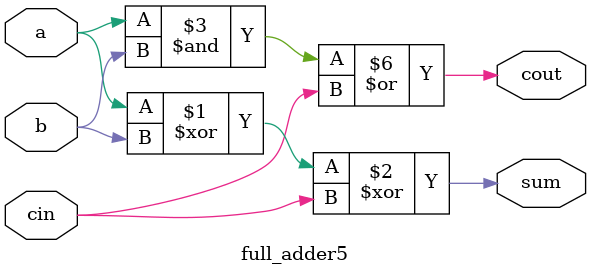
<source format=v>
module full_adder5(a,b,cin,sum,cout);
input a,b,cin;
output sum,cout;
assign sum = a^b^cin;
assign cout = a&b|cin&(a|1'b1); 
// initial begin
//     $display("The incorrect adder with or0 having in2/1");
// end   
endmodule
</source>
